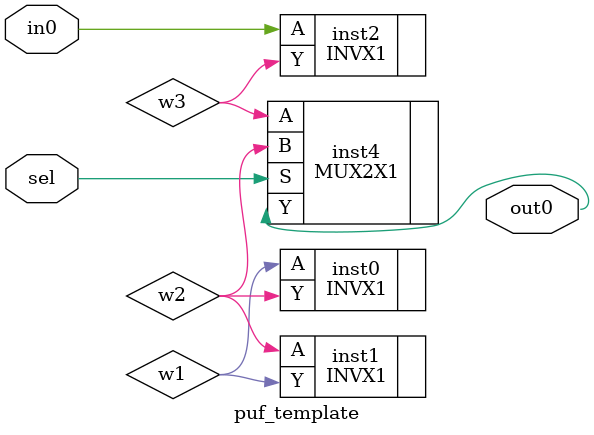
<source format=v>


// Verification Directory fv/mel_puf 

module puf_template(in0, sel, out0);

input in0, sel;
output out0;
wire in0, sel;
wire out0;
wire w1,w2,w3;

INVX1 inst0 ( .A(w1), .Y(w2) );
INVX1 inst1 ( .A(w2), .Y(w1) );
INVX1 inst2 ( .A(in0), .Y(w3) );
MUX2X1 inst4 ( .A(w3), .B(w2), .S(sel), .Y(out0) );

endmodule
</source>
